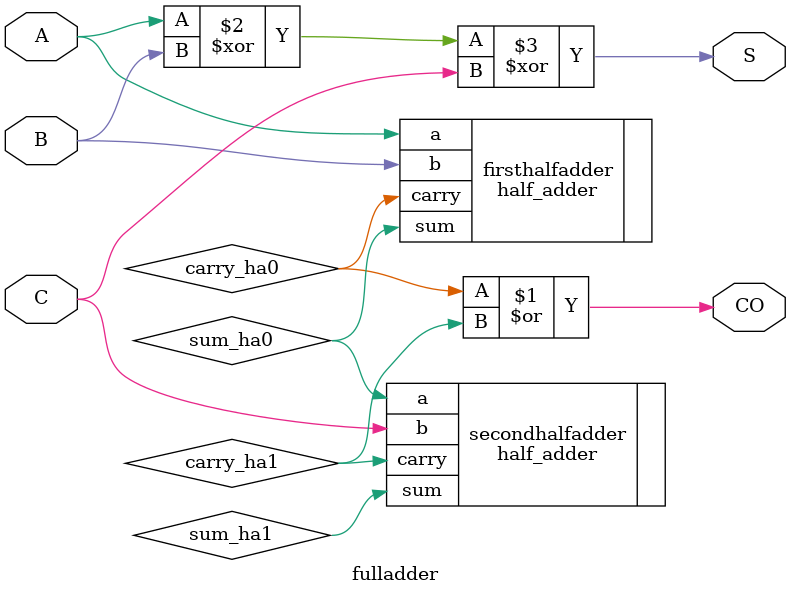
<source format=v>
`timescale 1ns / 1ps
module fulladder(A, B, C, S, CO);
    input A, B, C; //defining inputs in1,in2, and in3
    output S, CO; //defining outputs s and CO

    //ha = half adder
    wire sum_ha0, carry_ha0, sum_ha1, carry_ha1; //defining wires of halfadders
    
    //first instantiation of half adder
    half_adder firsthalfadder (.a(A), .b(B), .sum(sum_ha0), .carry(carry_ha0)); //connecting ports from half adder to full adder
    //second instantiation of half adder
    half_adder secondhalfadder (.a(sum_ha0), .b(C), .sum(sum_ha1), .carry(carry_ha1));
    
    //defining outputs of full adder
    assign CO = carry_ha0 | carry_ha1; //OR A and B
    assign S = A ^ B ^ C; //XOR of a,b, and C
endmodule
</source>
